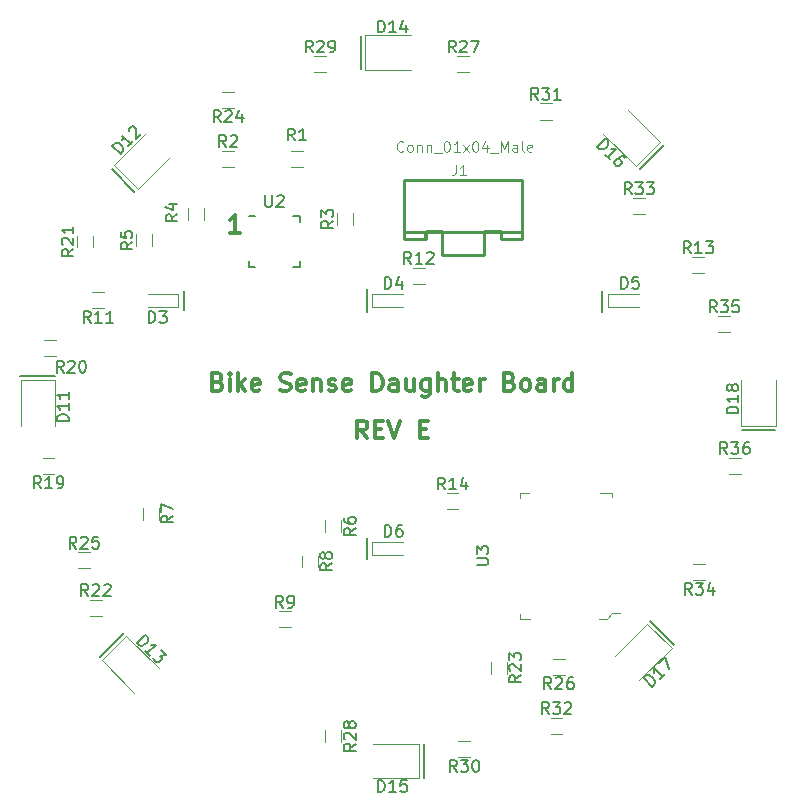
<source format=gbr>
G04 #@! TF.GenerationSoftware,KiCad,Pcbnew,(5.0.2)-1*
G04 #@! TF.CreationDate,2019-03-05T23:48:00-05:00*
G04 #@! TF.ProjectId,bikesenseCap,62696b65-7365-46e7-9365-4361702e6b69,REV E*
G04 #@! TF.SameCoordinates,Original*
G04 #@! TF.FileFunction,Legend,Top*
G04 #@! TF.FilePolarity,Positive*
%FSLAX46Y46*%
G04 Gerber Fmt 4.6, Leading zero omitted, Abs format (unit mm)*
G04 Created by KiCad (PCBNEW (5.0.2)-1) date 3/5/2019 11:48:00 PM*
%MOMM*%
%LPD*%
G01*
G04 APERTURE LIST*
%ADD10C,0.200000*%
%ADD11C,0.300000*%
%ADD12C,0.120000*%
%ADD13C,0.127000*%
%ADD14C,0.254000*%
%ADD15C,0.150000*%
%ADD16C,0.100000*%
%ADD17C,0.101600*%
G04 APERTURE END LIST*
D10*
X147828000Y-111125000D02*
X147828000Y-112903000D01*
X132334000Y-90170000D02*
X132334000Y-91821000D01*
X167767000Y-90170000D02*
X167767000Y-91948000D01*
X147828000Y-90043000D02*
X147828000Y-91948000D01*
D11*
X137080571Y-85260571D02*
X136223428Y-85260571D01*
X136652000Y-85260571D02*
X136652000Y-83760571D01*
X136509142Y-83974857D01*
X136366285Y-84117714D01*
X136223428Y-84189142D01*
D10*
X126238000Y-79883000D02*
X128143000Y-81788000D01*
X147320000Y-68580000D02*
X147320000Y-71374000D01*
X172974000Y-77851000D02*
X170942000Y-79883000D01*
X179578000Y-101981000D02*
X182372000Y-101981000D01*
X171831000Y-118110000D02*
X173863000Y-120142000D01*
X152654000Y-128524000D02*
X152654000Y-131445000D01*
X127254000Y-119126000D02*
X125222000Y-121158000D01*
X118491000Y-97409000D02*
X121412000Y-97409000D01*
D11*
X147892857Y-102678571D02*
X147392857Y-101964285D01*
X147035714Y-102678571D02*
X147035714Y-101178571D01*
X147607142Y-101178571D01*
X147750000Y-101250000D01*
X147821428Y-101321428D01*
X147892857Y-101464285D01*
X147892857Y-101678571D01*
X147821428Y-101821428D01*
X147750000Y-101892857D01*
X147607142Y-101964285D01*
X147035714Y-101964285D01*
X148535714Y-101892857D02*
X149035714Y-101892857D01*
X149250000Y-102678571D02*
X148535714Y-102678571D01*
X148535714Y-101178571D01*
X149250000Y-101178571D01*
X149678571Y-101178571D02*
X150178571Y-102678571D01*
X150678571Y-101178571D01*
X152321428Y-101892857D02*
X152821428Y-101892857D01*
X153035714Y-102678571D02*
X152321428Y-102678571D01*
X152321428Y-101178571D01*
X153035714Y-101178571D01*
X135250000Y-97892857D02*
X135464285Y-97964285D01*
X135535714Y-98035714D01*
X135607142Y-98178571D01*
X135607142Y-98392857D01*
X135535714Y-98535714D01*
X135464285Y-98607142D01*
X135321428Y-98678571D01*
X134750000Y-98678571D01*
X134750000Y-97178571D01*
X135250000Y-97178571D01*
X135392857Y-97250000D01*
X135464285Y-97321428D01*
X135535714Y-97464285D01*
X135535714Y-97607142D01*
X135464285Y-97750000D01*
X135392857Y-97821428D01*
X135250000Y-97892857D01*
X134750000Y-97892857D01*
X136250000Y-98678571D02*
X136250000Y-97678571D01*
X136250000Y-97178571D02*
X136178571Y-97250000D01*
X136250000Y-97321428D01*
X136321428Y-97250000D01*
X136250000Y-97178571D01*
X136250000Y-97321428D01*
X136964285Y-98678571D02*
X136964285Y-97178571D01*
X137107142Y-98107142D02*
X137535714Y-98678571D01*
X137535714Y-97678571D02*
X136964285Y-98250000D01*
X138750000Y-98607142D02*
X138607142Y-98678571D01*
X138321428Y-98678571D01*
X138178571Y-98607142D01*
X138107142Y-98464285D01*
X138107142Y-97892857D01*
X138178571Y-97750000D01*
X138321428Y-97678571D01*
X138607142Y-97678571D01*
X138750000Y-97750000D01*
X138821428Y-97892857D01*
X138821428Y-98035714D01*
X138107142Y-98178571D01*
X140535714Y-98607142D02*
X140750000Y-98678571D01*
X141107142Y-98678571D01*
X141250000Y-98607142D01*
X141321428Y-98535714D01*
X141392857Y-98392857D01*
X141392857Y-98250000D01*
X141321428Y-98107142D01*
X141250000Y-98035714D01*
X141107142Y-97964285D01*
X140821428Y-97892857D01*
X140678571Y-97821428D01*
X140607142Y-97750000D01*
X140535714Y-97607142D01*
X140535714Y-97464285D01*
X140607142Y-97321428D01*
X140678571Y-97250000D01*
X140821428Y-97178571D01*
X141178571Y-97178571D01*
X141392857Y-97250000D01*
X142607142Y-98607142D02*
X142464285Y-98678571D01*
X142178571Y-98678571D01*
X142035714Y-98607142D01*
X141964285Y-98464285D01*
X141964285Y-97892857D01*
X142035714Y-97750000D01*
X142178571Y-97678571D01*
X142464285Y-97678571D01*
X142607142Y-97750000D01*
X142678571Y-97892857D01*
X142678571Y-98035714D01*
X141964285Y-98178571D01*
X143321428Y-97678571D02*
X143321428Y-98678571D01*
X143321428Y-97821428D02*
X143392857Y-97750000D01*
X143535714Y-97678571D01*
X143750000Y-97678571D01*
X143892857Y-97750000D01*
X143964285Y-97892857D01*
X143964285Y-98678571D01*
X144607142Y-98607142D02*
X144750000Y-98678571D01*
X145035714Y-98678571D01*
X145178571Y-98607142D01*
X145250000Y-98464285D01*
X145250000Y-98392857D01*
X145178571Y-98250000D01*
X145035714Y-98178571D01*
X144821428Y-98178571D01*
X144678571Y-98107142D01*
X144607142Y-97964285D01*
X144607142Y-97892857D01*
X144678571Y-97750000D01*
X144821428Y-97678571D01*
X145035714Y-97678571D01*
X145178571Y-97750000D01*
X146464285Y-98607142D02*
X146321428Y-98678571D01*
X146035714Y-98678571D01*
X145892857Y-98607142D01*
X145821428Y-98464285D01*
X145821428Y-97892857D01*
X145892857Y-97750000D01*
X146035714Y-97678571D01*
X146321428Y-97678571D01*
X146464285Y-97750000D01*
X146535714Y-97892857D01*
X146535714Y-98035714D01*
X145821428Y-98178571D01*
X148321428Y-98678571D02*
X148321428Y-97178571D01*
X148678571Y-97178571D01*
X148892857Y-97250000D01*
X149035714Y-97392857D01*
X149107142Y-97535714D01*
X149178571Y-97821428D01*
X149178571Y-98035714D01*
X149107142Y-98321428D01*
X149035714Y-98464285D01*
X148892857Y-98607142D01*
X148678571Y-98678571D01*
X148321428Y-98678571D01*
X150464285Y-98678571D02*
X150464285Y-97892857D01*
X150392857Y-97750000D01*
X150250000Y-97678571D01*
X149964285Y-97678571D01*
X149821428Y-97750000D01*
X150464285Y-98607142D02*
X150321428Y-98678571D01*
X149964285Y-98678571D01*
X149821428Y-98607142D01*
X149750000Y-98464285D01*
X149750000Y-98321428D01*
X149821428Y-98178571D01*
X149964285Y-98107142D01*
X150321428Y-98107142D01*
X150464285Y-98035714D01*
X151821428Y-97678571D02*
X151821428Y-98678571D01*
X151178571Y-97678571D02*
X151178571Y-98464285D01*
X151250000Y-98607142D01*
X151392857Y-98678571D01*
X151607142Y-98678571D01*
X151750000Y-98607142D01*
X151821428Y-98535714D01*
X153178571Y-97678571D02*
X153178571Y-98892857D01*
X153107142Y-99035714D01*
X153035714Y-99107142D01*
X152892857Y-99178571D01*
X152678571Y-99178571D01*
X152535714Y-99107142D01*
X153178571Y-98607142D02*
X153035714Y-98678571D01*
X152750000Y-98678571D01*
X152607142Y-98607142D01*
X152535714Y-98535714D01*
X152464285Y-98392857D01*
X152464285Y-97964285D01*
X152535714Y-97821428D01*
X152607142Y-97750000D01*
X152750000Y-97678571D01*
X153035714Y-97678571D01*
X153178571Y-97750000D01*
X153892857Y-98678571D02*
X153892857Y-97178571D01*
X154535714Y-98678571D02*
X154535714Y-97892857D01*
X154464285Y-97750000D01*
X154321428Y-97678571D01*
X154107142Y-97678571D01*
X153964285Y-97750000D01*
X153892857Y-97821428D01*
X155035714Y-97678571D02*
X155607142Y-97678571D01*
X155250000Y-97178571D02*
X155250000Y-98464285D01*
X155321428Y-98607142D01*
X155464285Y-98678571D01*
X155607142Y-98678571D01*
X156678571Y-98607142D02*
X156535714Y-98678571D01*
X156250000Y-98678571D01*
X156107142Y-98607142D01*
X156035714Y-98464285D01*
X156035714Y-97892857D01*
X156107142Y-97750000D01*
X156250000Y-97678571D01*
X156535714Y-97678571D01*
X156678571Y-97750000D01*
X156750000Y-97892857D01*
X156750000Y-98035714D01*
X156035714Y-98178571D01*
X157392857Y-98678571D02*
X157392857Y-97678571D01*
X157392857Y-97964285D02*
X157464285Y-97821428D01*
X157535714Y-97750000D01*
X157678571Y-97678571D01*
X157821428Y-97678571D01*
X159964285Y-97892857D02*
X160178571Y-97964285D01*
X160250000Y-98035714D01*
X160321428Y-98178571D01*
X160321428Y-98392857D01*
X160250000Y-98535714D01*
X160178571Y-98607142D01*
X160035714Y-98678571D01*
X159464285Y-98678571D01*
X159464285Y-97178571D01*
X159964285Y-97178571D01*
X160107142Y-97250000D01*
X160178571Y-97321428D01*
X160250000Y-97464285D01*
X160250000Y-97607142D01*
X160178571Y-97750000D01*
X160107142Y-97821428D01*
X159964285Y-97892857D01*
X159464285Y-97892857D01*
X161178571Y-98678571D02*
X161035714Y-98607142D01*
X160964285Y-98535714D01*
X160892857Y-98392857D01*
X160892857Y-97964285D01*
X160964285Y-97821428D01*
X161035714Y-97750000D01*
X161178571Y-97678571D01*
X161392857Y-97678571D01*
X161535714Y-97750000D01*
X161607142Y-97821428D01*
X161678571Y-97964285D01*
X161678571Y-98392857D01*
X161607142Y-98535714D01*
X161535714Y-98607142D01*
X161392857Y-98678571D01*
X161178571Y-98678571D01*
X162964285Y-98678571D02*
X162964285Y-97892857D01*
X162892857Y-97750000D01*
X162750000Y-97678571D01*
X162464285Y-97678571D01*
X162321428Y-97750000D01*
X162964285Y-98607142D02*
X162821428Y-98678571D01*
X162464285Y-98678571D01*
X162321428Y-98607142D01*
X162250000Y-98464285D01*
X162250000Y-98321428D01*
X162321428Y-98178571D01*
X162464285Y-98107142D01*
X162821428Y-98107142D01*
X162964285Y-98035714D01*
X163678571Y-98678571D02*
X163678571Y-97678571D01*
X163678571Y-97964285D02*
X163750000Y-97821428D01*
X163821428Y-97750000D01*
X163964285Y-97678571D01*
X164107142Y-97678571D01*
X165250000Y-98678571D02*
X165250000Y-97178571D01*
X165250000Y-98607142D02*
X165107142Y-98678571D01*
X164821428Y-98678571D01*
X164678571Y-98607142D01*
X164607142Y-98535714D01*
X164535714Y-98392857D01*
X164535714Y-97964285D01*
X164607142Y-97821428D01*
X164678571Y-97750000D01*
X164821428Y-97678571D01*
X165107142Y-97678571D01*
X165250000Y-97750000D01*
D12*
G04 #@! TO.C,D3*
X131900000Y-91550000D02*
X131900000Y-90450000D01*
X131900000Y-90450000D02*
X129300000Y-90450000D01*
X131900000Y-91550000D02*
X129300000Y-91550000D01*
G04 #@! TO.C,D4*
X148300000Y-90450000D02*
X150900000Y-90450000D01*
X148300000Y-91550000D02*
X150900000Y-91550000D01*
X148300000Y-90450000D02*
X148300000Y-91550000D01*
G04 #@! TO.C,D5*
X168300000Y-90450000D02*
X170900000Y-90450000D01*
X168300000Y-91550000D02*
X170900000Y-91550000D01*
X168300000Y-90450000D02*
X168300000Y-91550000D01*
G04 #@! TO.C,D6*
X148300000Y-111450000D02*
X148300000Y-112550000D01*
X148300000Y-112550000D02*
X150900000Y-112550000D01*
X148300000Y-111450000D02*
X150900000Y-111450000D01*
D13*
G04 #@! TO.C,J1*
X151001280Y-82001780D02*
X151001280Y-83998220D01*
D14*
X160998720Y-81501400D02*
X160998720Y-84498600D01*
X151001280Y-80800360D02*
X151001280Y-85199640D01*
X151001280Y-85199640D02*
X152802140Y-85199640D01*
X159197860Y-85199640D02*
X160998720Y-85199640D01*
X160998720Y-85199640D02*
X160998720Y-80800360D01*
X151001280Y-80800360D02*
X160998720Y-80800360D01*
X151001280Y-85199640D02*
X151001280Y-85799080D01*
X151001280Y-85799080D02*
X152802140Y-85799080D01*
X152802140Y-85799080D02*
X152802140Y-85199640D01*
X152802140Y-85199640D02*
X159197860Y-85199640D01*
X159197860Y-85199640D02*
X159197860Y-85799080D01*
X159197860Y-85799080D02*
X160998720Y-85799080D01*
X160998720Y-85799080D02*
X160998720Y-85199640D01*
X151001280Y-80800360D02*
X160998720Y-80800360D01*
X160998720Y-80800360D02*
X160998720Y-85799080D01*
X151001280Y-85799080D02*
X151001280Y-80800360D01*
X151047000Y-85794000D02*
X152825000Y-85794000D01*
X152825000Y-85794000D02*
X152825000Y-85159000D01*
X152825000Y-85159000D02*
X154222000Y-85159000D01*
X154222000Y-85159000D02*
X154222000Y-87191000D01*
X154222000Y-87191000D02*
X157778000Y-87191000D01*
X157778000Y-87191000D02*
X157778000Y-85159000D01*
X157778000Y-85159000D02*
X159175000Y-85159000D01*
X159175000Y-85159000D02*
X159175000Y-85794000D01*
X159175000Y-85794000D02*
X160953000Y-85794000D01*
D12*
G04 #@! TO.C,R1*
X141400000Y-78320000D02*
X142400000Y-78320000D01*
X142400000Y-79680000D02*
X141400000Y-79680000D01*
G04 #@! TO.C,R2*
X136600000Y-79680000D02*
X135600000Y-79680000D01*
X135600000Y-78320000D02*
X136600000Y-78320000D01*
G04 #@! TO.C,R3*
X145320000Y-84600000D02*
X145320000Y-83600000D01*
X146680000Y-83600000D02*
X146680000Y-84600000D01*
G04 #@! TO.C,R4*
X134030000Y-83150000D02*
X134030000Y-84150000D01*
X132670000Y-84150000D02*
X132670000Y-83150000D01*
G04 #@! TO.C,R5*
X128320000Y-86400000D02*
X128320000Y-85400000D01*
X129680000Y-85400000D02*
X129680000Y-86400000D01*
G04 #@! TO.C,R6*
X144320000Y-110600000D02*
X144320000Y-109600000D01*
X145680000Y-109600000D02*
X145680000Y-110600000D01*
G04 #@! TO.C,R7*
X130220000Y-108550000D02*
X130220000Y-109550000D01*
X128860000Y-109550000D02*
X128860000Y-108550000D01*
G04 #@! TO.C,R8*
X142320000Y-113600000D02*
X142320000Y-112600000D01*
X143680000Y-112600000D02*
X143680000Y-113600000D01*
G04 #@! TO.C,R9*
X140400000Y-117320000D02*
X141400000Y-117320000D01*
X141400000Y-118680000D02*
X140400000Y-118680000D01*
G04 #@! TO.C,R11*
X124600000Y-90320000D02*
X125600000Y-90320000D01*
X125600000Y-91680000D02*
X124600000Y-91680000D01*
G04 #@! TO.C,R12*
X151730000Y-88220000D02*
X152730000Y-88220000D01*
X152730000Y-89580000D02*
X151730000Y-89580000D01*
G04 #@! TO.C,R13*
X175400000Y-87320000D02*
X176400000Y-87320000D01*
X176400000Y-88680000D02*
X175400000Y-88680000D01*
G04 #@! TO.C,R14*
X155600000Y-108680000D02*
X154600000Y-108680000D01*
X154600000Y-107320000D02*
X155600000Y-107320000D01*
G04 #@! TO.C,R19*
X121400000Y-105680000D02*
X120400000Y-105680000D01*
X120400000Y-104320000D02*
X121400000Y-104320000D01*
G04 #@! TO.C,R20*
X120500000Y-94320000D02*
X121500000Y-94320000D01*
X121500000Y-95680000D02*
X120500000Y-95680000D01*
G04 #@! TO.C,R21*
X123320000Y-86500000D02*
X123320000Y-85500000D01*
X124680000Y-85500000D02*
X124680000Y-86500000D01*
G04 #@! TO.C,R22*
X124400000Y-116320000D02*
X125400000Y-116320000D01*
X125400000Y-117680000D02*
X124400000Y-117680000D01*
G04 #@! TO.C,R23*
X159680000Y-121600000D02*
X159680000Y-122600000D01*
X158320000Y-122600000D02*
X158320000Y-121600000D01*
G04 #@! TO.C,R24*
X135600000Y-73320000D02*
X136600000Y-73320000D01*
X136600000Y-74680000D02*
X135600000Y-74680000D01*
G04 #@! TO.C,R25*
X124400000Y-113680000D02*
X123400000Y-113680000D01*
X123400000Y-112320000D02*
X124400000Y-112320000D01*
G04 #@! TO.C,R26*
X163600000Y-121320000D02*
X164600000Y-121320000D01*
X164600000Y-122680000D02*
X163600000Y-122680000D01*
G04 #@! TO.C,R27*
X155500000Y-70320000D02*
X156500000Y-70320000D01*
X156500000Y-71680000D02*
X155500000Y-71680000D01*
G04 #@! TO.C,R28*
X144320000Y-128400000D02*
X144320000Y-127400000D01*
X145680000Y-127400000D02*
X145680000Y-128400000D01*
G04 #@! TO.C,R29*
X143400000Y-70320000D02*
X144400000Y-70320000D01*
X144400000Y-71680000D02*
X143400000Y-71680000D01*
G04 #@! TO.C,R30*
X155600000Y-128320000D02*
X156600000Y-128320000D01*
X156600000Y-129680000D02*
X155600000Y-129680000D01*
G04 #@! TO.C,R31*
X162500000Y-74320000D02*
X163500000Y-74320000D01*
X163500000Y-75680000D02*
X162500000Y-75680000D01*
G04 #@! TO.C,R32*
X163400000Y-126320000D02*
X164400000Y-126320000D01*
X164400000Y-127680000D02*
X163400000Y-127680000D01*
G04 #@! TO.C,R33*
X171400000Y-83680000D02*
X170400000Y-83680000D01*
X170400000Y-82320000D02*
X171400000Y-82320000D01*
G04 #@! TO.C,R34*
X175500000Y-113320000D02*
X176500000Y-113320000D01*
X176500000Y-114680000D02*
X175500000Y-114680000D01*
G04 #@! TO.C,R35*
X177600000Y-92320000D02*
X178600000Y-92320000D01*
X178600000Y-93680000D02*
X177600000Y-93680000D01*
G04 #@! TO.C,R36*
X179500000Y-105680000D02*
X178500000Y-105680000D01*
X178500000Y-104320000D02*
X179500000Y-104320000D01*
D15*
G04 #@! TO.C,U2*
X142150000Y-83850000D02*
X141625000Y-83850000D01*
X142150000Y-88150000D02*
X141625000Y-88150000D01*
X137850000Y-88150000D02*
X138375000Y-88150000D01*
X137850000Y-83850000D02*
X138375000Y-83850000D01*
X142150000Y-88150000D02*
X142150000Y-87625000D01*
X137850000Y-88150000D02*
X137850000Y-87625000D01*
X142150000Y-83850000D02*
X142150000Y-84375000D01*
D16*
G04 #@! TO.C,U3*
X168590000Y-107635000D02*
X168590000Y-107285000D01*
X168590000Y-107285000D02*
X167590000Y-107285000D01*
X160790000Y-107685000D02*
X160790000Y-107285000D01*
X160790000Y-107285000D02*
X161590000Y-107285000D01*
X160790000Y-117585000D02*
X160790000Y-117985000D01*
X160790000Y-117985000D02*
X161640000Y-117985000D01*
X167540000Y-117985000D02*
X168140000Y-117985000D01*
X168140000Y-117985000D02*
X168640000Y-117485000D01*
X168640000Y-117485000D02*
X169240000Y-117485000D01*
D12*
G04 #@! TO.C,D11*
X118540000Y-97715000D02*
X118540000Y-101600000D01*
X121460000Y-97715000D02*
X118540000Y-97715000D01*
X121460000Y-101600000D02*
X121460000Y-97715000D01*
G04 #@! TO.C,D12*
X129143995Y-76790853D02*
X126396885Y-79537963D01*
X126396885Y-79537963D02*
X128461637Y-81602715D01*
X128461637Y-81602715D02*
X131208747Y-78855605D01*
G04 #@! TO.C,D13*
X130208747Y-122143995D02*
X127461637Y-119396885D01*
X127461637Y-119396885D02*
X125396885Y-121461637D01*
X125396885Y-121461637D02*
X128143995Y-124208747D01*
G04 #@! TO.C,D14*
X147715000Y-71460000D02*
X151600000Y-71460000D01*
X147715000Y-68540000D02*
X147715000Y-71460000D01*
X151600000Y-68540000D02*
X147715000Y-68540000D01*
G04 #@! TO.C,D15*
X152285000Y-128540000D02*
X148400000Y-128540000D01*
X152285000Y-131460000D02*
X152285000Y-128540000D01*
X148400000Y-131460000D02*
X152285000Y-131460000D01*
G04 #@! TO.C,D16*
X172693115Y-77583363D02*
X169946005Y-74836253D01*
X170628363Y-79648115D02*
X172693115Y-77583363D01*
X167881253Y-76901005D02*
X170628363Y-79648115D01*
G04 #@! TO.C,D17*
X170901005Y-123163747D02*
X173648115Y-120416637D01*
X173648115Y-120416637D02*
X171583363Y-118351885D01*
X171583363Y-118351885D02*
X168836253Y-121098995D01*
G04 #@! TO.C,D18*
X179540000Y-97750000D02*
X179540000Y-101635000D01*
X179540000Y-101635000D02*
X182460000Y-101635000D01*
X182460000Y-101635000D02*
X182460000Y-97750000D01*
G04 #@! TO.C,D3*
D15*
X129361904Y-92902380D02*
X129361904Y-91902380D01*
X129600000Y-91902380D01*
X129742857Y-91950000D01*
X129838095Y-92045238D01*
X129885714Y-92140476D01*
X129933333Y-92330952D01*
X129933333Y-92473809D01*
X129885714Y-92664285D01*
X129838095Y-92759523D01*
X129742857Y-92854761D01*
X129600000Y-92902380D01*
X129361904Y-92902380D01*
X130266666Y-91902380D02*
X130885714Y-91902380D01*
X130552380Y-92283333D01*
X130695238Y-92283333D01*
X130790476Y-92330952D01*
X130838095Y-92378571D01*
X130885714Y-92473809D01*
X130885714Y-92711904D01*
X130838095Y-92807142D01*
X130790476Y-92854761D01*
X130695238Y-92902380D01*
X130409523Y-92902380D01*
X130314285Y-92854761D01*
X130266666Y-92807142D01*
G04 #@! TO.C,D4*
X149361904Y-90002380D02*
X149361904Y-89002380D01*
X149600000Y-89002380D01*
X149742857Y-89050000D01*
X149838095Y-89145238D01*
X149885714Y-89240476D01*
X149933333Y-89430952D01*
X149933333Y-89573809D01*
X149885714Y-89764285D01*
X149838095Y-89859523D01*
X149742857Y-89954761D01*
X149600000Y-90002380D01*
X149361904Y-90002380D01*
X150790476Y-89335714D02*
X150790476Y-90002380D01*
X150552380Y-88954761D02*
X150314285Y-89669047D01*
X150933333Y-89669047D01*
G04 #@! TO.C,D5*
X169361904Y-90002380D02*
X169361904Y-89002380D01*
X169600000Y-89002380D01*
X169742857Y-89050000D01*
X169838095Y-89145238D01*
X169885714Y-89240476D01*
X169933333Y-89430952D01*
X169933333Y-89573809D01*
X169885714Y-89764285D01*
X169838095Y-89859523D01*
X169742857Y-89954761D01*
X169600000Y-90002380D01*
X169361904Y-90002380D01*
X170838095Y-89002380D02*
X170361904Y-89002380D01*
X170314285Y-89478571D01*
X170361904Y-89430952D01*
X170457142Y-89383333D01*
X170695238Y-89383333D01*
X170790476Y-89430952D01*
X170838095Y-89478571D01*
X170885714Y-89573809D01*
X170885714Y-89811904D01*
X170838095Y-89907142D01*
X170790476Y-89954761D01*
X170695238Y-90002380D01*
X170457142Y-90002380D01*
X170361904Y-89954761D01*
X170314285Y-89907142D01*
G04 #@! TO.C,D6*
X149361904Y-111002380D02*
X149361904Y-110002380D01*
X149600000Y-110002380D01*
X149742857Y-110050000D01*
X149838095Y-110145238D01*
X149885714Y-110240476D01*
X149933333Y-110430952D01*
X149933333Y-110573809D01*
X149885714Y-110764285D01*
X149838095Y-110859523D01*
X149742857Y-110954761D01*
X149600000Y-111002380D01*
X149361904Y-111002380D01*
X150790476Y-110002380D02*
X150600000Y-110002380D01*
X150504761Y-110050000D01*
X150457142Y-110097619D01*
X150361904Y-110240476D01*
X150314285Y-110430952D01*
X150314285Y-110811904D01*
X150361904Y-110907142D01*
X150409523Y-110954761D01*
X150504761Y-111002380D01*
X150695238Y-111002380D01*
X150790476Y-110954761D01*
X150838095Y-110907142D01*
X150885714Y-110811904D01*
X150885714Y-110573809D01*
X150838095Y-110478571D01*
X150790476Y-110430952D01*
X150695238Y-110383333D01*
X150504761Y-110383333D01*
X150409523Y-110430952D01*
X150361904Y-110478571D01*
X150314285Y-110573809D01*
G04 #@! TO.C,J1*
D17*
X155386166Y-79528666D02*
X155386166Y-80163666D01*
X155343833Y-80290666D01*
X155259166Y-80375333D01*
X155132166Y-80417666D01*
X155047500Y-80417666D01*
X156275166Y-80417666D02*
X155767166Y-80417666D01*
X156021166Y-80417666D02*
X156021166Y-79528666D01*
X155936500Y-79655666D01*
X155851833Y-79740333D01*
X155767166Y-79782666D01*
X150941166Y-78317500D02*
X150898833Y-78359833D01*
X150771833Y-78402166D01*
X150687166Y-78402166D01*
X150560166Y-78359833D01*
X150475500Y-78275166D01*
X150433166Y-78190500D01*
X150390833Y-78021166D01*
X150390833Y-77894166D01*
X150433166Y-77724833D01*
X150475500Y-77640166D01*
X150560166Y-77555500D01*
X150687166Y-77513166D01*
X150771833Y-77513166D01*
X150898833Y-77555500D01*
X150941166Y-77597833D01*
X151449166Y-78402166D02*
X151364500Y-78359833D01*
X151322166Y-78317500D01*
X151279833Y-78232833D01*
X151279833Y-77978833D01*
X151322166Y-77894166D01*
X151364500Y-77851833D01*
X151449166Y-77809500D01*
X151576166Y-77809500D01*
X151660833Y-77851833D01*
X151703166Y-77894166D01*
X151745500Y-77978833D01*
X151745500Y-78232833D01*
X151703166Y-78317500D01*
X151660833Y-78359833D01*
X151576166Y-78402166D01*
X151449166Y-78402166D01*
X152126500Y-77809500D02*
X152126500Y-78402166D01*
X152126500Y-77894166D02*
X152168833Y-77851833D01*
X152253500Y-77809500D01*
X152380500Y-77809500D01*
X152465166Y-77851833D01*
X152507500Y-77936500D01*
X152507500Y-78402166D01*
X152930833Y-77809500D02*
X152930833Y-78402166D01*
X152930833Y-77894166D02*
X152973166Y-77851833D01*
X153057833Y-77809500D01*
X153184833Y-77809500D01*
X153269500Y-77851833D01*
X153311833Y-77936500D01*
X153311833Y-78402166D01*
X153523500Y-78486833D02*
X154200833Y-78486833D01*
X154581833Y-77513166D02*
X154666500Y-77513166D01*
X154751166Y-77555500D01*
X154793500Y-77597833D01*
X154835833Y-77682500D01*
X154878166Y-77851833D01*
X154878166Y-78063500D01*
X154835833Y-78232833D01*
X154793500Y-78317500D01*
X154751166Y-78359833D01*
X154666500Y-78402166D01*
X154581833Y-78402166D01*
X154497166Y-78359833D01*
X154454833Y-78317500D01*
X154412500Y-78232833D01*
X154370166Y-78063500D01*
X154370166Y-77851833D01*
X154412500Y-77682500D01*
X154454833Y-77597833D01*
X154497166Y-77555500D01*
X154581833Y-77513166D01*
X155724833Y-78402166D02*
X155216833Y-78402166D01*
X155470833Y-78402166D02*
X155470833Y-77513166D01*
X155386166Y-77640166D01*
X155301500Y-77724833D01*
X155216833Y-77767166D01*
X156021166Y-78402166D02*
X156486833Y-77809500D01*
X156021166Y-77809500D02*
X156486833Y-78402166D01*
X156994833Y-77513166D02*
X157079500Y-77513166D01*
X157164166Y-77555500D01*
X157206500Y-77597833D01*
X157248833Y-77682500D01*
X157291166Y-77851833D01*
X157291166Y-78063500D01*
X157248833Y-78232833D01*
X157206500Y-78317500D01*
X157164166Y-78359833D01*
X157079500Y-78402166D01*
X156994833Y-78402166D01*
X156910166Y-78359833D01*
X156867833Y-78317500D01*
X156825500Y-78232833D01*
X156783166Y-78063500D01*
X156783166Y-77851833D01*
X156825500Y-77682500D01*
X156867833Y-77597833D01*
X156910166Y-77555500D01*
X156994833Y-77513166D01*
X158053166Y-77809500D02*
X158053166Y-78402166D01*
X157841500Y-77470833D02*
X157629833Y-78105833D01*
X158180166Y-78105833D01*
X158307166Y-78486833D02*
X158984500Y-78486833D01*
X159196166Y-78402166D02*
X159196166Y-77513166D01*
X159492500Y-78148166D01*
X159788833Y-77513166D01*
X159788833Y-78402166D01*
X160593166Y-78402166D02*
X160593166Y-77936500D01*
X160550833Y-77851833D01*
X160466166Y-77809500D01*
X160296833Y-77809500D01*
X160212166Y-77851833D01*
X160593166Y-78359833D02*
X160508500Y-78402166D01*
X160296833Y-78402166D01*
X160212166Y-78359833D01*
X160169833Y-78275166D01*
X160169833Y-78190500D01*
X160212166Y-78105833D01*
X160296833Y-78063500D01*
X160508500Y-78063500D01*
X160593166Y-78021166D01*
X161143500Y-78402166D02*
X161058833Y-78359833D01*
X161016500Y-78275166D01*
X161016500Y-77513166D01*
X161820833Y-78359833D02*
X161736166Y-78402166D01*
X161566833Y-78402166D01*
X161482166Y-78359833D01*
X161439833Y-78275166D01*
X161439833Y-77936500D01*
X161482166Y-77851833D01*
X161566833Y-77809500D01*
X161736166Y-77809500D01*
X161820833Y-77851833D01*
X161863166Y-77936500D01*
X161863166Y-78021166D01*
X161439833Y-78105833D01*
G04 #@! TO.C,R1*
D15*
X141733333Y-77452380D02*
X141400000Y-76976190D01*
X141161904Y-77452380D02*
X141161904Y-76452380D01*
X141542857Y-76452380D01*
X141638095Y-76500000D01*
X141685714Y-76547619D01*
X141733333Y-76642857D01*
X141733333Y-76785714D01*
X141685714Y-76880952D01*
X141638095Y-76928571D01*
X141542857Y-76976190D01*
X141161904Y-76976190D01*
X142685714Y-77452380D02*
X142114285Y-77452380D01*
X142400000Y-77452380D02*
X142400000Y-76452380D01*
X142304761Y-76595238D01*
X142209523Y-76690476D01*
X142114285Y-76738095D01*
G04 #@! TO.C,R2*
X135933333Y-78002380D02*
X135600000Y-77526190D01*
X135361904Y-78002380D02*
X135361904Y-77002380D01*
X135742857Y-77002380D01*
X135838095Y-77050000D01*
X135885714Y-77097619D01*
X135933333Y-77192857D01*
X135933333Y-77335714D01*
X135885714Y-77430952D01*
X135838095Y-77478571D01*
X135742857Y-77526190D01*
X135361904Y-77526190D01*
X136314285Y-77097619D02*
X136361904Y-77050000D01*
X136457142Y-77002380D01*
X136695238Y-77002380D01*
X136790476Y-77050000D01*
X136838095Y-77097619D01*
X136885714Y-77192857D01*
X136885714Y-77288095D01*
X136838095Y-77430952D01*
X136266666Y-78002380D01*
X136885714Y-78002380D01*
G04 #@! TO.C,R3*
X145002380Y-84266666D02*
X144526190Y-84600000D01*
X145002380Y-84838095D02*
X144002380Y-84838095D01*
X144002380Y-84457142D01*
X144050000Y-84361904D01*
X144097619Y-84314285D01*
X144192857Y-84266666D01*
X144335714Y-84266666D01*
X144430952Y-84314285D01*
X144478571Y-84361904D01*
X144526190Y-84457142D01*
X144526190Y-84838095D01*
X144002380Y-83933333D02*
X144002380Y-83314285D01*
X144383333Y-83647619D01*
X144383333Y-83504761D01*
X144430952Y-83409523D01*
X144478571Y-83361904D01*
X144573809Y-83314285D01*
X144811904Y-83314285D01*
X144907142Y-83361904D01*
X144954761Y-83409523D01*
X145002380Y-83504761D01*
X145002380Y-83790476D01*
X144954761Y-83885714D01*
X144907142Y-83933333D01*
G04 #@! TO.C,R4*
X131802380Y-83716666D02*
X131326190Y-84050000D01*
X131802380Y-84288095D02*
X130802380Y-84288095D01*
X130802380Y-83907142D01*
X130850000Y-83811904D01*
X130897619Y-83764285D01*
X130992857Y-83716666D01*
X131135714Y-83716666D01*
X131230952Y-83764285D01*
X131278571Y-83811904D01*
X131326190Y-83907142D01*
X131326190Y-84288095D01*
X131135714Y-82859523D02*
X131802380Y-82859523D01*
X130754761Y-83097619D02*
X131469047Y-83335714D01*
X131469047Y-82716666D01*
G04 #@! TO.C,R5*
X128002380Y-86066666D02*
X127526190Y-86400000D01*
X128002380Y-86638095D02*
X127002380Y-86638095D01*
X127002380Y-86257142D01*
X127050000Y-86161904D01*
X127097619Y-86114285D01*
X127192857Y-86066666D01*
X127335714Y-86066666D01*
X127430952Y-86114285D01*
X127478571Y-86161904D01*
X127526190Y-86257142D01*
X127526190Y-86638095D01*
X127002380Y-85161904D02*
X127002380Y-85638095D01*
X127478571Y-85685714D01*
X127430952Y-85638095D01*
X127383333Y-85542857D01*
X127383333Y-85304761D01*
X127430952Y-85209523D01*
X127478571Y-85161904D01*
X127573809Y-85114285D01*
X127811904Y-85114285D01*
X127907142Y-85161904D01*
X127954761Y-85209523D01*
X128002380Y-85304761D01*
X128002380Y-85542857D01*
X127954761Y-85638095D01*
X127907142Y-85685714D01*
G04 #@! TO.C,R6*
X146902380Y-110266666D02*
X146426190Y-110600000D01*
X146902380Y-110838095D02*
X145902380Y-110838095D01*
X145902380Y-110457142D01*
X145950000Y-110361904D01*
X145997619Y-110314285D01*
X146092857Y-110266666D01*
X146235714Y-110266666D01*
X146330952Y-110314285D01*
X146378571Y-110361904D01*
X146426190Y-110457142D01*
X146426190Y-110838095D01*
X145902380Y-109409523D02*
X145902380Y-109600000D01*
X145950000Y-109695238D01*
X145997619Y-109742857D01*
X146140476Y-109838095D01*
X146330952Y-109885714D01*
X146711904Y-109885714D01*
X146807142Y-109838095D01*
X146854761Y-109790476D01*
X146902380Y-109695238D01*
X146902380Y-109504761D01*
X146854761Y-109409523D01*
X146807142Y-109361904D01*
X146711904Y-109314285D01*
X146473809Y-109314285D01*
X146378571Y-109361904D01*
X146330952Y-109409523D01*
X146283333Y-109504761D01*
X146283333Y-109695238D01*
X146330952Y-109790476D01*
X146378571Y-109838095D01*
X146473809Y-109885714D01*
G04 #@! TO.C,R7*
X131442380Y-109216666D02*
X130966190Y-109550000D01*
X131442380Y-109788095D02*
X130442380Y-109788095D01*
X130442380Y-109407142D01*
X130490000Y-109311904D01*
X130537619Y-109264285D01*
X130632857Y-109216666D01*
X130775714Y-109216666D01*
X130870952Y-109264285D01*
X130918571Y-109311904D01*
X130966190Y-109407142D01*
X130966190Y-109788095D01*
X130442380Y-108883333D02*
X130442380Y-108216666D01*
X131442380Y-108645238D01*
G04 #@! TO.C,R8*
X144902380Y-113266666D02*
X144426190Y-113600000D01*
X144902380Y-113838095D02*
X143902380Y-113838095D01*
X143902380Y-113457142D01*
X143950000Y-113361904D01*
X143997619Y-113314285D01*
X144092857Y-113266666D01*
X144235714Y-113266666D01*
X144330952Y-113314285D01*
X144378571Y-113361904D01*
X144426190Y-113457142D01*
X144426190Y-113838095D01*
X144330952Y-112695238D02*
X144283333Y-112790476D01*
X144235714Y-112838095D01*
X144140476Y-112885714D01*
X144092857Y-112885714D01*
X143997619Y-112838095D01*
X143950000Y-112790476D01*
X143902380Y-112695238D01*
X143902380Y-112504761D01*
X143950000Y-112409523D01*
X143997619Y-112361904D01*
X144092857Y-112314285D01*
X144140476Y-112314285D01*
X144235714Y-112361904D01*
X144283333Y-112409523D01*
X144330952Y-112504761D01*
X144330952Y-112695238D01*
X144378571Y-112790476D01*
X144426190Y-112838095D01*
X144521428Y-112885714D01*
X144711904Y-112885714D01*
X144807142Y-112838095D01*
X144854761Y-112790476D01*
X144902380Y-112695238D01*
X144902380Y-112504761D01*
X144854761Y-112409523D01*
X144807142Y-112361904D01*
X144711904Y-112314285D01*
X144521428Y-112314285D01*
X144426190Y-112361904D01*
X144378571Y-112409523D01*
X144330952Y-112504761D01*
G04 #@! TO.C,R9*
X140733333Y-117002380D02*
X140400000Y-116526190D01*
X140161904Y-117002380D02*
X140161904Y-116002380D01*
X140542857Y-116002380D01*
X140638095Y-116050000D01*
X140685714Y-116097619D01*
X140733333Y-116192857D01*
X140733333Y-116335714D01*
X140685714Y-116430952D01*
X140638095Y-116478571D01*
X140542857Y-116526190D01*
X140161904Y-116526190D01*
X141209523Y-117002380D02*
X141400000Y-117002380D01*
X141495238Y-116954761D01*
X141542857Y-116907142D01*
X141638095Y-116764285D01*
X141685714Y-116573809D01*
X141685714Y-116192857D01*
X141638095Y-116097619D01*
X141590476Y-116050000D01*
X141495238Y-116002380D01*
X141304761Y-116002380D01*
X141209523Y-116050000D01*
X141161904Y-116097619D01*
X141114285Y-116192857D01*
X141114285Y-116430952D01*
X141161904Y-116526190D01*
X141209523Y-116573809D01*
X141304761Y-116621428D01*
X141495238Y-116621428D01*
X141590476Y-116573809D01*
X141638095Y-116526190D01*
X141685714Y-116430952D01*
G04 #@! TO.C,R11*
X124457142Y-92902380D02*
X124123809Y-92426190D01*
X123885714Y-92902380D02*
X123885714Y-91902380D01*
X124266666Y-91902380D01*
X124361904Y-91950000D01*
X124409523Y-91997619D01*
X124457142Y-92092857D01*
X124457142Y-92235714D01*
X124409523Y-92330952D01*
X124361904Y-92378571D01*
X124266666Y-92426190D01*
X123885714Y-92426190D01*
X125409523Y-92902380D02*
X124838095Y-92902380D01*
X125123809Y-92902380D02*
X125123809Y-91902380D01*
X125028571Y-92045238D01*
X124933333Y-92140476D01*
X124838095Y-92188095D01*
X126361904Y-92902380D02*
X125790476Y-92902380D01*
X126076190Y-92902380D02*
X126076190Y-91902380D01*
X125980952Y-92045238D01*
X125885714Y-92140476D01*
X125790476Y-92188095D01*
G04 #@! TO.C,R12*
X151587142Y-87902380D02*
X151253809Y-87426190D01*
X151015714Y-87902380D02*
X151015714Y-86902380D01*
X151396666Y-86902380D01*
X151491904Y-86950000D01*
X151539523Y-86997619D01*
X151587142Y-87092857D01*
X151587142Y-87235714D01*
X151539523Y-87330952D01*
X151491904Y-87378571D01*
X151396666Y-87426190D01*
X151015714Y-87426190D01*
X152539523Y-87902380D02*
X151968095Y-87902380D01*
X152253809Y-87902380D02*
X152253809Y-86902380D01*
X152158571Y-87045238D01*
X152063333Y-87140476D01*
X151968095Y-87188095D01*
X152920476Y-86997619D02*
X152968095Y-86950000D01*
X153063333Y-86902380D01*
X153301428Y-86902380D01*
X153396666Y-86950000D01*
X153444285Y-86997619D01*
X153491904Y-87092857D01*
X153491904Y-87188095D01*
X153444285Y-87330952D01*
X152872857Y-87902380D01*
X153491904Y-87902380D01*
G04 #@! TO.C,R13*
X175257142Y-87002380D02*
X174923809Y-86526190D01*
X174685714Y-87002380D02*
X174685714Y-86002380D01*
X175066666Y-86002380D01*
X175161904Y-86050000D01*
X175209523Y-86097619D01*
X175257142Y-86192857D01*
X175257142Y-86335714D01*
X175209523Y-86430952D01*
X175161904Y-86478571D01*
X175066666Y-86526190D01*
X174685714Y-86526190D01*
X176209523Y-87002380D02*
X175638095Y-87002380D01*
X175923809Y-87002380D02*
X175923809Y-86002380D01*
X175828571Y-86145238D01*
X175733333Y-86240476D01*
X175638095Y-86288095D01*
X176542857Y-86002380D02*
X177161904Y-86002380D01*
X176828571Y-86383333D01*
X176971428Y-86383333D01*
X177066666Y-86430952D01*
X177114285Y-86478571D01*
X177161904Y-86573809D01*
X177161904Y-86811904D01*
X177114285Y-86907142D01*
X177066666Y-86954761D01*
X176971428Y-87002380D01*
X176685714Y-87002380D01*
X176590476Y-86954761D01*
X176542857Y-86907142D01*
G04 #@! TO.C,R14*
X154457142Y-107002380D02*
X154123809Y-106526190D01*
X153885714Y-107002380D02*
X153885714Y-106002380D01*
X154266666Y-106002380D01*
X154361904Y-106050000D01*
X154409523Y-106097619D01*
X154457142Y-106192857D01*
X154457142Y-106335714D01*
X154409523Y-106430952D01*
X154361904Y-106478571D01*
X154266666Y-106526190D01*
X153885714Y-106526190D01*
X155409523Y-107002380D02*
X154838095Y-107002380D01*
X155123809Y-107002380D02*
X155123809Y-106002380D01*
X155028571Y-106145238D01*
X154933333Y-106240476D01*
X154838095Y-106288095D01*
X156266666Y-106335714D02*
X156266666Y-107002380D01*
X156028571Y-105954761D02*
X155790476Y-106669047D01*
X156409523Y-106669047D01*
G04 #@! TO.C,R19*
X120257142Y-106902380D02*
X119923809Y-106426190D01*
X119685714Y-106902380D02*
X119685714Y-105902380D01*
X120066666Y-105902380D01*
X120161904Y-105950000D01*
X120209523Y-105997619D01*
X120257142Y-106092857D01*
X120257142Y-106235714D01*
X120209523Y-106330952D01*
X120161904Y-106378571D01*
X120066666Y-106426190D01*
X119685714Y-106426190D01*
X121209523Y-106902380D02*
X120638095Y-106902380D01*
X120923809Y-106902380D02*
X120923809Y-105902380D01*
X120828571Y-106045238D01*
X120733333Y-106140476D01*
X120638095Y-106188095D01*
X121685714Y-106902380D02*
X121876190Y-106902380D01*
X121971428Y-106854761D01*
X122019047Y-106807142D01*
X122114285Y-106664285D01*
X122161904Y-106473809D01*
X122161904Y-106092857D01*
X122114285Y-105997619D01*
X122066666Y-105950000D01*
X121971428Y-105902380D01*
X121780952Y-105902380D01*
X121685714Y-105950000D01*
X121638095Y-105997619D01*
X121590476Y-106092857D01*
X121590476Y-106330952D01*
X121638095Y-106426190D01*
X121685714Y-106473809D01*
X121780952Y-106521428D01*
X121971428Y-106521428D01*
X122066666Y-106473809D01*
X122114285Y-106426190D01*
X122161904Y-106330952D01*
G04 #@! TO.C,R20*
X122166142Y-97099380D02*
X121832809Y-96623190D01*
X121594714Y-97099380D02*
X121594714Y-96099380D01*
X121975666Y-96099380D01*
X122070904Y-96147000D01*
X122118523Y-96194619D01*
X122166142Y-96289857D01*
X122166142Y-96432714D01*
X122118523Y-96527952D01*
X122070904Y-96575571D01*
X121975666Y-96623190D01*
X121594714Y-96623190D01*
X122547095Y-96194619D02*
X122594714Y-96147000D01*
X122689952Y-96099380D01*
X122928047Y-96099380D01*
X123023285Y-96147000D01*
X123070904Y-96194619D01*
X123118523Y-96289857D01*
X123118523Y-96385095D01*
X123070904Y-96527952D01*
X122499476Y-97099380D01*
X123118523Y-97099380D01*
X123737571Y-96099380D02*
X123832809Y-96099380D01*
X123928047Y-96147000D01*
X123975666Y-96194619D01*
X124023285Y-96289857D01*
X124070904Y-96480333D01*
X124070904Y-96718428D01*
X124023285Y-96908904D01*
X123975666Y-97004142D01*
X123928047Y-97051761D01*
X123832809Y-97099380D01*
X123737571Y-97099380D01*
X123642333Y-97051761D01*
X123594714Y-97004142D01*
X123547095Y-96908904D01*
X123499476Y-96718428D01*
X123499476Y-96480333D01*
X123547095Y-96289857D01*
X123594714Y-96194619D01*
X123642333Y-96147000D01*
X123737571Y-96099380D01*
G04 #@! TO.C,R21*
X123002380Y-86642857D02*
X122526190Y-86976190D01*
X123002380Y-87214285D02*
X122002380Y-87214285D01*
X122002380Y-86833333D01*
X122050000Y-86738095D01*
X122097619Y-86690476D01*
X122192857Y-86642857D01*
X122335714Y-86642857D01*
X122430952Y-86690476D01*
X122478571Y-86738095D01*
X122526190Y-86833333D01*
X122526190Y-87214285D01*
X122097619Y-86261904D02*
X122050000Y-86214285D01*
X122002380Y-86119047D01*
X122002380Y-85880952D01*
X122050000Y-85785714D01*
X122097619Y-85738095D01*
X122192857Y-85690476D01*
X122288095Y-85690476D01*
X122430952Y-85738095D01*
X123002380Y-86309523D01*
X123002380Y-85690476D01*
X123002380Y-84738095D02*
X123002380Y-85309523D01*
X123002380Y-85023809D02*
X122002380Y-85023809D01*
X122145238Y-85119047D01*
X122240476Y-85214285D01*
X122288095Y-85309523D01*
G04 #@! TO.C,R22*
X124257142Y-116002380D02*
X123923809Y-115526190D01*
X123685714Y-116002380D02*
X123685714Y-115002380D01*
X124066666Y-115002380D01*
X124161904Y-115050000D01*
X124209523Y-115097619D01*
X124257142Y-115192857D01*
X124257142Y-115335714D01*
X124209523Y-115430952D01*
X124161904Y-115478571D01*
X124066666Y-115526190D01*
X123685714Y-115526190D01*
X124638095Y-115097619D02*
X124685714Y-115050000D01*
X124780952Y-115002380D01*
X125019047Y-115002380D01*
X125114285Y-115050000D01*
X125161904Y-115097619D01*
X125209523Y-115192857D01*
X125209523Y-115288095D01*
X125161904Y-115430952D01*
X124590476Y-116002380D01*
X125209523Y-116002380D01*
X125590476Y-115097619D02*
X125638095Y-115050000D01*
X125733333Y-115002380D01*
X125971428Y-115002380D01*
X126066666Y-115050000D01*
X126114285Y-115097619D01*
X126161904Y-115192857D01*
X126161904Y-115288095D01*
X126114285Y-115430952D01*
X125542857Y-116002380D01*
X126161904Y-116002380D01*
G04 #@! TO.C,R23*
X160902380Y-122742857D02*
X160426190Y-123076190D01*
X160902380Y-123314285D02*
X159902380Y-123314285D01*
X159902380Y-122933333D01*
X159950000Y-122838095D01*
X159997619Y-122790476D01*
X160092857Y-122742857D01*
X160235714Y-122742857D01*
X160330952Y-122790476D01*
X160378571Y-122838095D01*
X160426190Y-122933333D01*
X160426190Y-123314285D01*
X159997619Y-122361904D02*
X159950000Y-122314285D01*
X159902380Y-122219047D01*
X159902380Y-121980952D01*
X159950000Y-121885714D01*
X159997619Y-121838095D01*
X160092857Y-121790476D01*
X160188095Y-121790476D01*
X160330952Y-121838095D01*
X160902380Y-122409523D01*
X160902380Y-121790476D01*
X159902380Y-121457142D02*
X159902380Y-120838095D01*
X160283333Y-121171428D01*
X160283333Y-121028571D01*
X160330952Y-120933333D01*
X160378571Y-120885714D01*
X160473809Y-120838095D01*
X160711904Y-120838095D01*
X160807142Y-120885714D01*
X160854761Y-120933333D01*
X160902380Y-121028571D01*
X160902380Y-121314285D01*
X160854761Y-121409523D01*
X160807142Y-121457142D01*
G04 #@! TO.C,R24*
X135457142Y-75902380D02*
X135123809Y-75426190D01*
X134885714Y-75902380D02*
X134885714Y-74902380D01*
X135266666Y-74902380D01*
X135361904Y-74950000D01*
X135409523Y-74997619D01*
X135457142Y-75092857D01*
X135457142Y-75235714D01*
X135409523Y-75330952D01*
X135361904Y-75378571D01*
X135266666Y-75426190D01*
X134885714Y-75426190D01*
X135838095Y-74997619D02*
X135885714Y-74950000D01*
X135980952Y-74902380D01*
X136219047Y-74902380D01*
X136314285Y-74950000D01*
X136361904Y-74997619D01*
X136409523Y-75092857D01*
X136409523Y-75188095D01*
X136361904Y-75330952D01*
X135790476Y-75902380D01*
X136409523Y-75902380D01*
X137266666Y-75235714D02*
X137266666Y-75902380D01*
X137028571Y-74854761D02*
X136790476Y-75569047D01*
X137409523Y-75569047D01*
G04 #@! TO.C,R25*
X123257142Y-112002380D02*
X122923809Y-111526190D01*
X122685714Y-112002380D02*
X122685714Y-111002380D01*
X123066666Y-111002380D01*
X123161904Y-111050000D01*
X123209523Y-111097619D01*
X123257142Y-111192857D01*
X123257142Y-111335714D01*
X123209523Y-111430952D01*
X123161904Y-111478571D01*
X123066666Y-111526190D01*
X122685714Y-111526190D01*
X123638095Y-111097619D02*
X123685714Y-111050000D01*
X123780952Y-111002380D01*
X124019047Y-111002380D01*
X124114285Y-111050000D01*
X124161904Y-111097619D01*
X124209523Y-111192857D01*
X124209523Y-111288095D01*
X124161904Y-111430952D01*
X123590476Y-112002380D01*
X124209523Y-112002380D01*
X125114285Y-111002380D02*
X124638095Y-111002380D01*
X124590476Y-111478571D01*
X124638095Y-111430952D01*
X124733333Y-111383333D01*
X124971428Y-111383333D01*
X125066666Y-111430952D01*
X125114285Y-111478571D01*
X125161904Y-111573809D01*
X125161904Y-111811904D01*
X125114285Y-111907142D01*
X125066666Y-111954761D01*
X124971428Y-112002380D01*
X124733333Y-112002380D01*
X124638095Y-111954761D01*
X124590476Y-111907142D01*
G04 #@! TO.C,R26*
X163457142Y-123902380D02*
X163123809Y-123426190D01*
X162885714Y-123902380D02*
X162885714Y-122902380D01*
X163266666Y-122902380D01*
X163361904Y-122950000D01*
X163409523Y-122997619D01*
X163457142Y-123092857D01*
X163457142Y-123235714D01*
X163409523Y-123330952D01*
X163361904Y-123378571D01*
X163266666Y-123426190D01*
X162885714Y-123426190D01*
X163838095Y-122997619D02*
X163885714Y-122950000D01*
X163980952Y-122902380D01*
X164219047Y-122902380D01*
X164314285Y-122950000D01*
X164361904Y-122997619D01*
X164409523Y-123092857D01*
X164409523Y-123188095D01*
X164361904Y-123330952D01*
X163790476Y-123902380D01*
X164409523Y-123902380D01*
X165266666Y-122902380D02*
X165076190Y-122902380D01*
X164980952Y-122950000D01*
X164933333Y-122997619D01*
X164838095Y-123140476D01*
X164790476Y-123330952D01*
X164790476Y-123711904D01*
X164838095Y-123807142D01*
X164885714Y-123854761D01*
X164980952Y-123902380D01*
X165171428Y-123902380D01*
X165266666Y-123854761D01*
X165314285Y-123807142D01*
X165361904Y-123711904D01*
X165361904Y-123473809D01*
X165314285Y-123378571D01*
X165266666Y-123330952D01*
X165171428Y-123283333D01*
X164980952Y-123283333D01*
X164885714Y-123330952D01*
X164838095Y-123378571D01*
X164790476Y-123473809D01*
G04 #@! TO.C,R27*
X155357142Y-70002380D02*
X155023809Y-69526190D01*
X154785714Y-70002380D02*
X154785714Y-69002380D01*
X155166666Y-69002380D01*
X155261904Y-69050000D01*
X155309523Y-69097619D01*
X155357142Y-69192857D01*
X155357142Y-69335714D01*
X155309523Y-69430952D01*
X155261904Y-69478571D01*
X155166666Y-69526190D01*
X154785714Y-69526190D01*
X155738095Y-69097619D02*
X155785714Y-69050000D01*
X155880952Y-69002380D01*
X156119047Y-69002380D01*
X156214285Y-69050000D01*
X156261904Y-69097619D01*
X156309523Y-69192857D01*
X156309523Y-69288095D01*
X156261904Y-69430952D01*
X155690476Y-70002380D01*
X156309523Y-70002380D01*
X156642857Y-69002380D02*
X157309523Y-69002380D01*
X156880952Y-70002380D01*
G04 #@! TO.C,R28*
X146902380Y-128542857D02*
X146426190Y-128876190D01*
X146902380Y-129114285D02*
X145902380Y-129114285D01*
X145902380Y-128733333D01*
X145950000Y-128638095D01*
X145997619Y-128590476D01*
X146092857Y-128542857D01*
X146235714Y-128542857D01*
X146330952Y-128590476D01*
X146378571Y-128638095D01*
X146426190Y-128733333D01*
X146426190Y-129114285D01*
X145997619Y-128161904D02*
X145950000Y-128114285D01*
X145902380Y-128019047D01*
X145902380Y-127780952D01*
X145950000Y-127685714D01*
X145997619Y-127638095D01*
X146092857Y-127590476D01*
X146188095Y-127590476D01*
X146330952Y-127638095D01*
X146902380Y-128209523D01*
X146902380Y-127590476D01*
X146330952Y-127019047D02*
X146283333Y-127114285D01*
X146235714Y-127161904D01*
X146140476Y-127209523D01*
X146092857Y-127209523D01*
X145997619Y-127161904D01*
X145950000Y-127114285D01*
X145902380Y-127019047D01*
X145902380Y-126828571D01*
X145950000Y-126733333D01*
X145997619Y-126685714D01*
X146092857Y-126638095D01*
X146140476Y-126638095D01*
X146235714Y-126685714D01*
X146283333Y-126733333D01*
X146330952Y-126828571D01*
X146330952Y-127019047D01*
X146378571Y-127114285D01*
X146426190Y-127161904D01*
X146521428Y-127209523D01*
X146711904Y-127209523D01*
X146807142Y-127161904D01*
X146854761Y-127114285D01*
X146902380Y-127019047D01*
X146902380Y-126828571D01*
X146854761Y-126733333D01*
X146807142Y-126685714D01*
X146711904Y-126638095D01*
X146521428Y-126638095D01*
X146426190Y-126685714D01*
X146378571Y-126733333D01*
X146330952Y-126828571D01*
G04 #@! TO.C,R29*
X143257142Y-70002380D02*
X142923809Y-69526190D01*
X142685714Y-70002380D02*
X142685714Y-69002380D01*
X143066666Y-69002380D01*
X143161904Y-69050000D01*
X143209523Y-69097619D01*
X143257142Y-69192857D01*
X143257142Y-69335714D01*
X143209523Y-69430952D01*
X143161904Y-69478571D01*
X143066666Y-69526190D01*
X142685714Y-69526190D01*
X143638095Y-69097619D02*
X143685714Y-69050000D01*
X143780952Y-69002380D01*
X144019047Y-69002380D01*
X144114285Y-69050000D01*
X144161904Y-69097619D01*
X144209523Y-69192857D01*
X144209523Y-69288095D01*
X144161904Y-69430952D01*
X143590476Y-70002380D01*
X144209523Y-70002380D01*
X144685714Y-70002380D02*
X144876190Y-70002380D01*
X144971428Y-69954761D01*
X145019047Y-69907142D01*
X145114285Y-69764285D01*
X145161904Y-69573809D01*
X145161904Y-69192857D01*
X145114285Y-69097619D01*
X145066666Y-69050000D01*
X144971428Y-69002380D01*
X144780952Y-69002380D01*
X144685714Y-69050000D01*
X144638095Y-69097619D01*
X144590476Y-69192857D01*
X144590476Y-69430952D01*
X144638095Y-69526190D01*
X144685714Y-69573809D01*
X144780952Y-69621428D01*
X144971428Y-69621428D01*
X145066666Y-69573809D01*
X145114285Y-69526190D01*
X145161904Y-69430952D01*
G04 #@! TO.C,R30*
X155457142Y-130902380D02*
X155123809Y-130426190D01*
X154885714Y-130902380D02*
X154885714Y-129902380D01*
X155266666Y-129902380D01*
X155361904Y-129950000D01*
X155409523Y-129997619D01*
X155457142Y-130092857D01*
X155457142Y-130235714D01*
X155409523Y-130330952D01*
X155361904Y-130378571D01*
X155266666Y-130426190D01*
X154885714Y-130426190D01*
X155790476Y-129902380D02*
X156409523Y-129902380D01*
X156076190Y-130283333D01*
X156219047Y-130283333D01*
X156314285Y-130330952D01*
X156361904Y-130378571D01*
X156409523Y-130473809D01*
X156409523Y-130711904D01*
X156361904Y-130807142D01*
X156314285Y-130854761D01*
X156219047Y-130902380D01*
X155933333Y-130902380D01*
X155838095Y-130854761D01*
X155790476Y-130807142D01*
X157028571Y-129902380D02*
X157123809Y-129902380D01*
X157219047Y-129950000D01*
X157266666Y-129997619D01*
X157314285Y-130092857D01*
X157361904Y-130283333D01*
X157361904Y-130521428D01*
X157314285Y-130711904D01*
X157266666Y-130807142D01*
X157219047Y-130854761D01*
X157123809Y-130902380D01*
X157028571Y-130902380D01*
X156933333Y-130854761D01*
X156885714Y-130807142D01*
X156838095Y-130711904D01*
X156790476Y-130521428D01*
X156790476Y-130283333D01*
X156838095Y-130092857D01*
X156885714Y-129997619D01*
X156933333Y-129950000D01*
X157028571Y-129902380D01*
G04 #@! TO.C,R31*
X162357142Y-74002380D02*
X162023809Y-73526190D01*
X161785714Y-74002380D02*
X161785714Y-73002380D01*
X162166666Y-73002380D01*
X162261904Y-73050000D01*
X162309523Y-73097619D01*
X162357142Y-73192857D01*
X162357142Y-73335714D01*
X162309523Y-73430952D01*
X162261904Y-73478571D01*
X162166666Y-73526190D01*
X161785714Y-73526190D01*
X162690476Y-73002380D02*
X163309523Y-73002380D01*
X162976190Y-73383333D01*
X163119047Y-73383333D01*
X163214285Y-73430952D01*
X163261904Y-73478571D01*
X163309523Y-73573809D01*
X163309523Y-73811904D01*
X163261904Y-73907142D01*
X163214285Y-73954761D01*
X163119047Y-74002380D01*
X162833333Y-74002380D01*
X162738095Y-73954761D01*
X162690476Y-73907142D01*
X164261904Y-74002380D02*
X163690476Y-74002380D01*
X163976190Y-74002380D02*
X163976190Y-73002380D01*
X163880952Y-73145238D01*
X163785714Y-73240476D01*
X163690476Y-73288095D01*
G04 #@! TO.C,R32*
X163257142Y-126002380D02*
X162923809Y-125526190D01*
X162685714Y-126002380D02*
X162685714Y-125002380D01*
X163066666Y-125002380D01*
X163161904Y-125050000D01*
X163209523Y-125097619D01*
X163257142Y-125192857D01*
X163257142Y-125335714D01*
X163209523Y-125430952D01*
X163161904Y-125478571D01*
X163066666Y-125526190D01*
X162685714Y-125526190D01*
X163590476Y-125002380D02*
X164209523Y-125002380D01*
X163876190Y-125383333D01*
X164019047Y-125383333D01*
X164114285Y-125430952D01*
X164161904Y-125478571D01*
X164209523Y-125573809D01*
X164209523Y-125811904D01*
X164161904Y-125907142D01*
X164114285Y-125954761D01*
X164019047Y-126002380D01*
X163733333Y-126002380D01*
X163638095Y-125954761D01*
X163590476Y-125907142D01*
X164590476Y-125097619D02*
X164638095Y-125050000D01*
X164733333Y-125002380D01*
X164971428Y-125002380D01*
X165066666Y-125050000D01*
X165114285Y-125097619D01*
X165161904Y-125192857D01*
X165161904Y-125288095D01*
X165114285Y-125430952D01*
X164542857Y-126002380D01*
X165161904Y-126002380D01*
G04 #@! TO.C,R33*
X170257142Y-82002380D02*
X169923809Y-81526190D01*
X169685714Y-82002380D02*
X169685714Y-81002380D01*
X170066666Y-81002380D01*
X170161904Y-81050000D01*
X170209523Y-81097619D01*
X170257142Y-81192857D01*
X170257142Y-81335714D01*
X170209523Y-81430952D01*
X170161904Y-81478571D01*
X170066666Y-81526190D01*
X169685714Y-81526190D01*
X170590476Y-81002380D02*
X171209523Y-81002380D01*
X170876190Y-81383333D01*
X171019047Y-81383333D01*
X171114285Y-81430952D01*
X171161904Y-81478571D01*
X171209523Y-81573809D01*
X171209523Y-81811904D01*
X171161904Y-81907142D01*
X171114285Y-81954761D01*
X171019047Y-82002380D01*
X170733333Y-82002380D01*
X170638095Y-81954761D01*
X170590476Y-81907142D01*
X171542857Y-81002380D02*
X172161904Y-81002380D01*
X171828571Y-81383333D01*
X171971428Y-81383333D01*
X172066666Y-81430952D01*
X172114285Y-81478571D01*
X172161904Y-81573809D01*
X172161904Y-81811904D01*
X172114285Y-81907142D01*
X172066666Y-81954761D01*
X171971428Y-82002380D01*
X171685714Y-82002380D01*
X171590476Y-81954761D01*
X171542857Y-81907142D01*
G04 #@! TO.C,R34*
X175357142Y-115902380D02*
X175023809Y-115426190D01*
X174785714Y-115902380D02*
X174785714Y-114902380D01*
X175166666Y-114902380D01*
X175261904Y-114950000D01*
X175309523Y-114997619D01*
X175357142Y-115092857D01*
X175357142Y-115235714D01*
X175309523Y-115330952D01*
X175261904Y-115378571D01*
X175166666Y-115426190D01*
X174785714Y-115426190D01*
X175690476Y-114902380D02*
X176309523Y-114902380D01*
X175976190Y-115283333D01*
X176119047Y-115283333D01*
X176214285Y-115330952D01*
X176261904Y-115378571D01*
X176309523Y-115473809D01*
X176309523Y-115711904D01*
X176261904Y-115807142D01*
X176214285Y-115854761D01*
X176119047Y-115902380D01*
X175833333Y-115902380D01*
X175738095Y-115854761D01*
X175690476Y-115807142D01*
X177166666Y-115235714D02*
X177166666Y-115902380D01*
X176928571Y-114854761D02*
X176690476Y-115569047D01*
X177309523Y-115569047D01*
G04 #@! TO.C,R35*
X177457142Y-92002380D02*
X177123809Y-91526190D01*
X176885714Y-92002380D02*
X176885714Y-91002380D01*
X177266666Y-91002380D01*
X177361904Y-91050000D01*
X177409523Y-91097619D01*
X177457142Y-91192857D01*
X177457142Y-91335714D01*
X177409523Y-91430952D01*
X177361904Y-91478571D01*
X177266666Y-91526190D01*
X176885714Y-91526190D01*
X177790476Y-91002380D02*
X178409523Y-91002380D01*
X178076190Y-91383333D01*
X178219047Y-91383333D01*
X178314285Y-91430952D01*
X178361904Y-91478571D01*
X178409523Y-91573809D01*
X178409523Y-91811904D01*
X178361904Y-91907142D01*
X178314285Y-91954761D01*
X178219047Y-92002380D01*
X177933333Y-92002380D01*
X177838095Y-91954761D01*
X177790476Y-91907142D01*
X179314285Y-91002380D02*
X178838095Y-91002380D01*
X178790476Y-91478571D01*
X178838095Y-91430952D01*
X178933333Y-91383333D01*
X179171428Y-91383333D01*
X179266666Y-91430952D01*
X179314285Y-91478571D01*
X179361904Y-91573809D01*
X179361904Y-91811904D01*
X179314285Y-91907142D01*
X179266666Y-91954761D01*
X179171428Y-92002380D01*
X178933333Y-92002380D01*
X178838095Y-91954761D01*
X178790476Y-91907142D01*
G04 #@! TO.C,R36*
X178357142Y-104002380D02*
X178023809Y-103526190D01*
X177785714Y-104002380D02*
X177785714Y-103002380D01*
X178166666Y-103002380D01*
X178261904Y-103050000D01*
X178309523Y-103097619D01*
X178357142Y-103192857D01*
X178357142Y-103335714D01*
X178309523Y-103430952D01*
X178261904Y-103478571D01*
X178166666Y-103526190D01*
X177785714Y-103526190D01*
X178690476Y-103002380D02*
X179309523Y-103002380D01*
X178976190Y-103383333D01*
X179119047Y-103383333D01*
X179214285Y-103430952D01*
X179261904Y-103478571D01*
X179309523Y-103573809D01*
X179309523Y-103811904D01*
X179261904Y-103907142D01*
X179214285Y-103954761D01*
X179119047Y-104002380D01*
X178833333Y-104002380D01*
X178738095Y-103954761D01*
X178690476Y-103907142D01*
X180166666Y-103002380D02*
X179976190Y-103002380D01*
X179880952Y-103050000D01*
X179833333Y-103097619D01*
X179738095Y-103240476D01*
X179690476Y-103430952D01*
X179690476Y-103811904D01*
X179738095Y-103907142D01*
X179785714Y-103954761D01*
X179880952Y-104002380D01*
X180071428Y-104002380D01*
X180166666Y-103954761D01*
X180214285Y-103907142D01*
X180261904Y-103811904D01*
X180261904Y-103573809D01*
X180214285Y-103478571D01*
X180166666Y-103430952D01*
X180071428Y-103383333D01*
X179880952Y-103383333D01*
X179785714Y-103430952D01*
X179738095Y-103478571D01*
X179690476Y-103573809D01*
G04 #@! TO.C,U2*
X139238095Y-82077380D02*
X139238095Y-82886904D01*
X139285714Y-82982142D01*
X139333333Y-83029761D01*
X139428571Y-83077380D01*
X139619047Y-83077380D01*
X139714285Y-83029761D01*
X139761904Y-82982142D01*
X139809523Y-82886904D01*
X139809523Y-82077380D01*
X140238095Y-82172619D02*
X140285714Y-82125000D01*
X140380952Y-82077380D01*
X140619047Y-82077380D01*
X140714285Y-82125000D01*
X140761904Y-82172619D01*
X140809523Y-82267857D01*
X140809523Y-82363095D01*
X140761904Y-82505952D01*
X140190476Y-83077380D01*
X140809523Y-83077380D01*
G04 #@! TO.C,U3*
X157142380Y-113396904D02*
X157951904Y-113396904D01*
X158047142Y-113349285D01*
X158094761Y-113301666D01*
X158142380Y-113206428D01*
X158142380Y-113015952D01*
X158094761Y-112920714D01*
X158047142Y-112873095D01*
X157951904Y-112825476D01*
X157142380Y-112825476D01*
X157142380Y-112444523D02*
X157142380Y-111825476D01*
X157523333Y-112158809D01*
X157523333Y-112015952D01*
X157570952Y-111920714D01*
X157618571Y-111873095D01*
X157713809Y-111825476D01*
X157951904Y-111825476D01*
X158047142Y-111873095D01*
X158094761Y-111920714D01*
X158142380Y-112015952D01*
X158142380Y-112301666D01*
X158094761Y-112396904D01*
X158047142Y-112444523D01*
G04 #@! TO.C,D11*
X122597380Y-101214285D02*
X121597380Y-101214285D01*
X121597380Y-100976190D01*
X121645000Y-100833333D01*
X121740238Y-100738095D01*
X121835476Y-100690476D01*
X122025952Y-100642857D01*
X122168809Y-100642857D01*
X122359285Y-100690476D01*
X122454523Y-100738095D01*
X122549761Y-100833333D01*
X122597380Y-100976190D01*
X122597380Y-101214285D01*
X122597380Y-99690476D02*
X122597380Y-100261904D01*
X122597380Y-99976190D02*
X121597380Y-99976190D01*
X121740238Y-100071428D01*
X121835476Y-100166666D01*
X121883095Y-100261904D01*
X122597380Y-98738095D02*
X122597380Y-99309523D01*
X122597380Y-99023809D02*
X121597380Y-99023809D01*
X121740238Y-99119047D01*
X121835476Y-99214285D01*
X121883095Y-99309523D01*
G04 #@! TO.C,D12*
X126989507Y-78616367D02*
X126282401Y-77909260D01*
X126450759Y-77740901D01*
X126585446Y-77673558D01*
X126720133Y-77673558D01*
X126821149Y-77707230D01*
X126989507Y-77808245D01*
X127090523Y-77909260D01*
X127191538Y-78077619D01*
X127225210Y-78178634D01*
X127225210Y-78313321D01*
X127157866Y-78448008D01*
X126989507Y-78616367D01*
X128067004Y-77538871D02*
X127662943Y-77942932D01*
X127864973Y-77740901D02*
X127157866Y-77033794D01*
X127191538Y-77202153D01*
X127191538Y-77336840D01*
X127157866Y-77437856D01*
X127696614Y-76629733D02*
X127696614Y-76562390D01*
X127730286Y-76461375D01*
X127898645Y-76293016D01*
X127999660Y-76259344D01*
X128067004Y-76259344D01*
X128168019Y-76293016D01*
X128235362Y-76360359D01*
X128302706Y-76495046D01*
X128302706Y-77303168D01*
X128740439Y-76865436D01*
G04 #@! TO.C,D13*
X128383232Y-119989507D02*
X129090339Y-119282401D01*
X129258698Y-119450759D01*
X129326041Y-119585446D01*
X129326041Y-119720133D01*
X129292369Y-119821149D01*
X129191354Y-119989507D01*
X129090339Y-120090523D01*
X128921980Y-120191538D01*
X128820965Y-120225210D01*
X128686278Y-120225210D01*
X128551591Y-120157866D01*
X128383232Y-119989507D01*
X129460728Y-121067004D02*
X129056667Y-120662943D01*
X129258698Y-120864973D02*
X129965805Y-120157866D01*
X129797446Y-120191538D01*
X129662759Y-120191538D01*
X129561744Y-120157866D01*
X130403537Y-120595599D02*
X130841270Y-121033332D01*
X130336194Y-121067004D01*
X130437209Y-121168019D01*
X130470881Y-121269034D01*
X130470881Y-121336378D01*
X130437209Y-121437393D01*
X130268850Y-121605752D01*
X130167835Y-121639423D01*
X130100492Y-121639423D01*
X129999476Y-121605752D01*
X129797446Y-121403721D01*
X129763774Y-121302706D01*
X129763774Y-121235362D01*
G04 #@! TO.C,D14*
X148785714Y-68307380D02*
X148785714Y-67307380D01*
X149023809Y-67307380D01*
X149166666Y-67355000D01*
X149261904Y-67450238D01*
X149309523Y-67545476D01*
X149357142Y-67735952D01*
X149357142Y-67878809D01*
X149309523Y-68069285D01*
X149261904Y-68164523D01*
X149166666Y-68259761D01*
X149023809Y-68307380D01*
X148785714Y-68307380D01*
X150309523Y-68307380D02*
X149738095Y-68307380D01*
X150023809Y-68307380D02*
X150023809Y-67307380D01*
X149928571Y-67450238D01*
X149833333Y-67545476D01*
X149738095Y-67593095D01*
X151166666Y-67640714D02*
X151166666Y-68307380D01*
X150928571Y-67259761D02*
X150690476Y-67974047D01*
X151309523Y-67974047D01*
G04 #@! TO.C,D15*
X148785714Y-132597380D02*
X148785714Y-131597380D01*
X149023809Y-131597380D01*
X149166666Y-131645000D01*
X149261904Y-131740238D01*
X149309523Y-131835476D01*
X149357142Y-132025952D01*
X149357142Y-132168809D01*
X149309523Y-132359285D01*
X149261904Y-132454523D01*
X149166666Y-132549761D01*
X149023809Y-132597380D01*
X148785714Y-132597380D01*
X150309523Y-132597380D02*
X149738095Y-132597380D01*
X150023809Y-132597380D02*
X150023809Y-131597380D01*
X149928571Y-131740238D01*
X149833333Y-131835476D01*
X149738095Y-131883095D01*
X151214285Y-131597380D02*
X150738095Y-131597380D01*
X150690476Y-132073571D01*
X150738095Y-132025952D01*
X150833333Y-131978333D01*
X151071428Y-131978333D01*
X151166666Y-132025952D01*
X151214285Y-132073571D01*
X151261904Y-132168809D01*
X151261904Y-132406904D01*
X151214285Y-132502142D01*
X151166666Y-132549761D01*
X151071428Y-132597380D01*
X150833333Y-132597380D01*
X150738095Y-132549761D01*
X150690476Y-132502142D01*
G04 #@! TO.C,D16*
X167349744Y-77977995D02*
X168056851Y-77270889D01*
X168225210Y-77439247D01*
X168292553Y-77573934D01*
X168292553Y-77708621D01*
X168258881Y-77809637D01*
X168157866Y-77977995D01*
X168056851Y-78079011D01*
X167888492Y-78180026D01*
X167787477Y-78213698D01*
X167652790Y-78213698D01*
X167518103Y-78146354D01*
X167349744Y-77977995D01*
X168427240Y-79055492D02*
X168023179Y-78651431D01*
X168225210Y-78853461D02*
X168932317Y-78146354D01*
X168763958Y-78180026D01*
X168629271Y-78180026D01*
X168528256Y-78146354D01*
X169740439Y-78954476D02*
X169605752Y-78819789D01*
X169504736Y-78786118D01*
X169437393Y-78786118D01*
X169269034Y-78819789D01*
X169100675Y-78920805D01*
X168831301Y-79190179D01*
X168797630Y-79291194D01*
X168797630Y-79358537D01*
X168831301Y-79459553D01*
X168965988Y-79594240D01*
X169067004Y-79627911D01*
X169134347Y-79627911D01*
X169235362Y-79594240D01*
X169403721Y-79425881D01*
X169437393Y-79324866D01*
X169437393Y-79257522D01*
X169403721Y-79156507D01*
X169269034Y-79021820D01*
X169168019Y-78988148D01*
X169100675Y-78988148D01*
X168999660Y-79021820D01*
G04 #@! TO.C,D17*
X171977995Y-123695255D02*
X171270889Y-122988148D01*
X171439247Y-122819789D01*
X171573934Y-122752446D01*
X171708621Y-122752446D01*
X171809637Y-122786118D01*
X171977995Y-122887133D01*
X172079011Y-122988148D01*
X172180026Y-123156507D01*
X172213698Y-123257522D01*
X172213698Y-123392209D01*
X172146354Y-123526896D01*
X171977995Y-123695255D01*
X173055492Y-122617759D02*
X172651431Y-123021820D01*
X172853461Y-122819789D02*
X172146354Y-122112682D01*
X172180026Y-122281041D01*
X172180026Y-122415728D01*
X172146354Y-122516744D01*
X172584087Y-121674950D02*
X173055492Y-121203545D01*
X173459553Y-122213698D01*
G04 #@! TO.C,D18*
X179307380Y-100564285D02*
X178307380Y-100564285D01*
X178307380Y-100326190D01*
X178355000Y-100183333D01*
X178450238Y-100088095D01*
X178545476Y-100040476D01*
X178735952Y-99992857D01*
X178878809Y-99992857D01*
X179069285Y-100040476D01*
X179164523Y-100088095D01*
X179259761Y-100183333D01*
X179307380Y-100326190D01*
X179307380Y-100564285D01*
X179307380Y-99040476D02*
X179307380Y-99611904D01*
X179307380Y-99326190D02*
X178307380Y-99326190D01*
X178450238Y-99421428D01*
X178545476Y-99516666D01*
X178593095Y-99611904D01*
X178735952Y-98469047D02*
X178688333Y-98564285D01*
X178640714Y-98611904D01*
X178545476Y-98659523D01*
X178497857Y-98659523D01*
X178402619Y-98611904D01*
X178355000Y-98564285D01*
X178307380Y-98469047D01*
X178307380Y-98278571D01*
X178355000Y-98183333D01*
X178402619Y-98135714D01*
X178497857Y-98088095D01*
X178545476Y-98088095D01*
X178640714Y-98135714D01*
X178688333Y-98183333D01*
X178735952Y-98278571D01*
X178735952Y-98469047D01*
X178783571Y-98564285D01*
X178831190Y-98611904D01*
X178926428Y-98659523D01*
X179116904Y-98659523D01*
X179212142Y-98611904D01*
X179259761Y-98564285D01*
X179307380Y-98469047D01*
X179307380Y-98278571D01*
X179259761Y-98183333D01*
X179212142Y-98135714D01*
X179116904Y-98088095D01*
X178926428Y-98088095D01*
X178831190Y-98135714D01*
X178783571Y-98183333D01*
X178735952Y-98278571D01*
G04 #@! TD*
M02*

</source>
